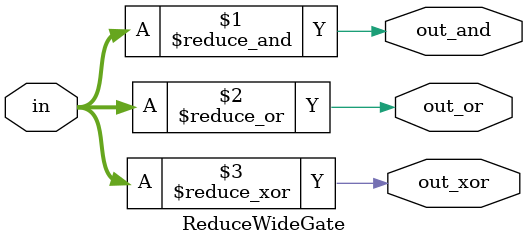
<source format=v>
module ReduceWideGate (
    input [99:0] in,
    output out_and,
    output out_or,
    output out_xor
);
    // Perform bitwise operations
    assign out_and = &in;
    assign out_or = |in;
    assign out_xor = ^in;
endmodule
</source>
